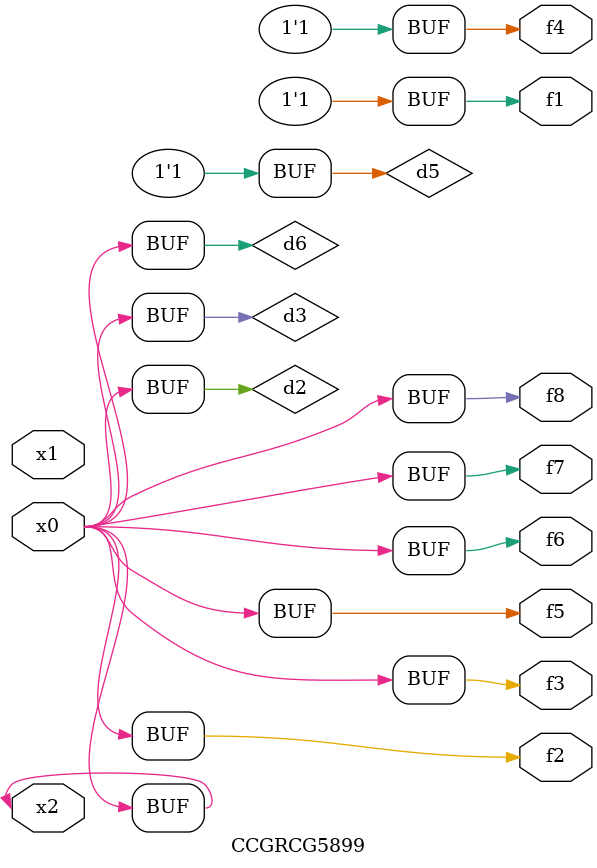
<source format=v>
module CCGRCG5899(
	input x0, x1, x2,
	output f1, f2, f3, f4, f5, f6, f7, f8
);

	wire d1, d2, d3, d4, d5, d6;

	xnor (d1, x2);
	buf (d2, x0, x2);
	and (d3, x0);
	xnor (d4, x1, x2);
	nand (d5, d1, d3);
	buf (d6, d2, d3);
	assign f1 = d5;
	assign f2 = d6;
	assign f3 = d6;
	assign f4 = d5;
	assign f5 = d6;
	assign f6 = d6;
	assign f7 = d6;
	assign f8 = d6;
endmodule

</source>
